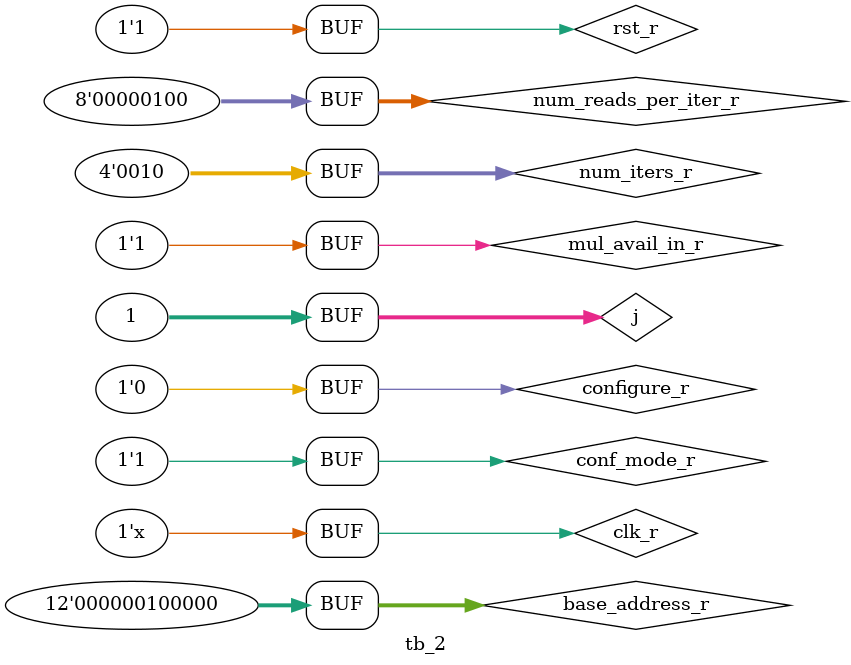
<source format=v>

`define LOG_MAX_ITERS          4
`define LOG_MAX_READS_PER_ITER 8
`define NUM_ADDRESSES          4096
`define LOG_MAX_ADDRESS        12
`define DATA_WIDTH             8
`define GROUP_SIZE             2
`define NUM_INPUTS             1
`define NUM_LANES              1
`define NUM_ITERS              2
`define NUM_OPS_PER_ITER       4

module tb_2;

  // inputs
  reg                                 clk_r;
  reg                                 rst_r;
  reg                                 configure_r;
  reg [`LOG_MAX_ITERS-1:0]            num_iters_r;
  reg [`LOG_MAX_READS_PER_ITER-1:0]   num_reads_per_iter_r;
  reg [`LOG_MAX_ADDRESS-1:0]          base_address_r;
  reg                                 conf_mode_r;
  
  reg [`NUM_LANES-1:0]                mul_avail_in_r;
  
  // wires between MEM and READ for activations
  wire                                 read_w[`NUM_INPUTS-1:0];
  wire [`LOG_MAX_ADDRESS-1:0]          addr_read_w[`NUM_INPUTS-1:0];
  wire [(`GROUP_SIZE*`DATA_WIDTH)-1:0] data_read_w[`NUM_INPUTS-1:0];
  wire                                 valid_in_w[`NUM_INPUTS-1:0];

  // wires beteen MEM and READ for weights
  wire                                  weight_read_w;
  wire [`LOG_MAX_ADDRESS-1:0]           weight_addr_read_w;
  wire [(`NUM_LANES * `DATA_WIDTH)-1:0] weight_data_read_w;
  wire                                  weight_valid_in_w;
 
  // wires between READ and DISTRIBUTE_IN
  wire                                 valid_out_w[`NUM_INPUTS-1:0];
  wire [(`GROUP_SIZE*`DATA_WIDTH)-1:0] data_out_w[`NUM_INPUTS-1:0];
  wire [`NUM_INPUTS-1:0]               avail_in_w;
  wire                                 weight_valid_out_w;
  wire [`NUM_LANES*`DATA_WIDTH-1:0]    weight_data_out_w;
  wire                                 weight_avail_in_w;
  // combined inputs between READ and DISTRIBUTE_IN
  wire [`NUM_INPUTS*`GROUP_SIZE*`DATA_WIDTH-1:0]  act_data_in_w;
  wire [`NUM_INPUTS-1:0]                          act_valid_in_w;

  genvar i;

  // combinational logic
  generate
    for (i=0; i<`NUM_INPUTS; i=i+1) begin
      assign act_data_in_w[((i+1)*`GROUP_SIZE*`DATA_WIDTH)-1:i*`GROUP_SIZE*`DATA_WIDTH] = data_out_w[i];
      assign act_valid_in_w[i] = valid_out_w[i];
    end
  endgenerate

  // distribute_in output wires
  wire [(`NUM_LANES * `GROUP_SIZE * `DATA_WIDTH) - 1 : 0] distribute_data_out_w;
  wire [`NUM_LANES-1:0]                                   distribute_valid_out_w;
  wire [`NUM_LANES * `DATA_WIDTH - 1 : 0]                 distribute_weight_data_out_w;
  wire [`NUM_LANES-1:0]                                   distribute_weight_valid_out_w;  

  // output wires for mul modules
  wire [2 * (`GROUP_SIZE * `DATA_WIDTH) - 1 : 0]          mul_data_out_w[`NUM_LANES-1:0];
  wire [`NUM_LANES-1:0]                                   mul_avail_out;
  wire [`NUM_LANES-1:0]                                   mul_weight_avail_out;
  wire [`NUM_LANES-1:0]                                   mul_valid_out_w;

  // MEM and READ modules for activations
  generate
    for (i=0; i<`NUM_INPUTS; i=i+1) begin
      MEM #(
        .DATA_WIDTH        ( `GROUP_SIZE * `DATA_WIDTH      ),
        .NUM_ADDRESSES     ( `NUM_ADDRESSES   ),
        .LOG_MAX_ADDRESS   ( `LOG_MAX_ADDRESS )
      ) mem_activations (
        .clk               ( clk_r        ),
        .rst               ( rst_r        ),
        .data_write        ( ),
        .addr_write        ( ),
        .write             ( 1'b0            ),
        .addr_read         ( addr_read_w[i]  ),
        .read              ( read_w[i]       ),
        .data_read         ( data_read_w[i]  ),
        .valid_out         ( valid_in_w[i]   )
      );

      READ #(
        .DATA_WIDTH             ( `GROUP_SIZE * `DATA_WIDTH             ),
        .LOG_MAX_ITERS          ( `LOG_MAX_ITERS          ),
        .LOG_MAX_READS_PER_ITER ( `LOG_MAX_READS_PER_ITER ),
        .LOG_MAX_ADDRESS        ( `LOG_MAX_ADDRESS        )
      ) read_activations (
        .clk                    ( clk_r                   ),
        .rst                    ( rst_r                   ),
        .configure              ( configure_r             ),
        .num_iters              ( num_iters_r             ),
        .num_reads_per_iter     ( num_reads_per_iter_r    ),
        .base_address           ( base_address_r          ),
        .valid_in               ( valid_in_w[i]           ),
        .data_in                ( data_read_w[i]          ),
        .address_out            ( addr_read_w[i]          ),
        .request                ( read_w[i]               ),
        .avail_in               ( avail_in_w[i]           ),
        .valid_out              ( valid_out_w[i]          ),
        .data_out               ( data_out_w[i]           )
      );
    end
  endgenerate

  // MEM and READ modules for weights
  MEM #(
    .DATA_WIDTH        ( `NUM_LANES * `DATA_WIDTH             ),
    .NUM_ADDRESSES     ( `NUM_ADDRESSES          ),
    .LOG_MAX_ADDRESS   ( `LOG_MAX_ADDRESS        )
  ) mem_weights (
    .clk               ( clk_r                   ),
    .rst               ( rst_r                   ),
    .data_write        (             ),
    .addr_write        (             ),
    .write             ( 1'b0            ),
    .addr_read         ( weight_addr_read_w  ),
    .read              ( weight_read_w       ),
    .data_read         ( weight_data_read_w  ),
    .valid_out         ( weight_valid_in_w   )
  );

  READ #(
    .DATA_WIDTH             ( `NUM_LANES * `DATA_WIDTH             ),
    .LOG_MAX_ITERS          ( `LOG_MAX_ITERS          ),
    .LOG_MAX_READS_PER_ITER ( `LOG_MAX_READS_PER_ITER ),
    .LOG_MAX_ADDRESS        ( `LOG_MAX_ADDRESS        )
  ) read_weights (
    .clk                    ( clk_r                   ),
    .rst                    ( rst_r                   ),
    .configure              ( configure_r             ),
    .num_iters              ( num_iters_r             ),
    .num_reads_per_iter     ( num_reads_per_iter_r    ),
    .base_address           ( base_address_r          ),
    .valid_in               ( weight_valid_in_w      ),
    .data_in                ( weight_data_read_w     ),
    .address_out            ( weight_addr_read_w     ),
    .request                ( weight_read_w          ),
    .avail_in               ( weight_avail_in_w      ),
    .valid_out              ( weight_valid_out_w     ),
    .data_out               ( weight_data_out_w      )
  );

  // distribute module
  DISTRIBUTE_IN #(
    .NUM_DATA_INPUTS        ( `NUM_INPUTS             ),
    .GROUP_SIZE             ( `GROUP_SIZE             ),
    .DATA_WIDTH             ( `DATA_WIDTH             ),
    .NUM_DATA_OUTPUTS       ( `NUM_LANES              ),
    .LOG_MAX_ITERS          ( `LOG_MAX_ITERS          ),
    .LOG_MAX_READS_PER_ITER ( `LOG_MAX_READS_PER_ITER )
  ) distribute_in (
    .clk                    ( clk_r                   ),
    .rst                    ( rst_r                   ),
    .configure              ( configure_r             ),
    .conf_mode              ( conf_mode_r             ),
    .num_iters              ( num_iters_r             ),
    .num_reads_per_iter     ( num_reads_per_iter_r    ),
    .act_data_in            ( act_data_in_w           ),
    .act_valid_in           ( act_valid_in_w          ),
    .act_avail_out          ( avail_in_w              ),
    .weights_data_in        ( weight_data_out_w      ),
    .weights_valid_in       ( weight_valid_out_w     ),
    .weights_avail_out      ( weight_avail_in_w      ),
    .data_out               ( distribute_data_out_w              ),
    .valid_out              ( distribute_valid_out_w             ),
    .avail_in               ( mul_avail_out                     ),
    .weights_data_out       ( distribute_weight_data_out_w      ),
    .weights_valid_out      ( distribute_weight_valid_out_w     ),
    .weights_avail_in       ( mul_weight_avail_out              )
  );

  // mul modules
  generate
  for (i=0; i<`NUM_LANES; i=i+1) begin
    MUL #(
      .GROUP_SIZE           ( `GROUP_SIZE                                                                          ),
      .DATA_WIDTH           ( `DATA_WIDTH                                                                          ),
      .LOG_MAX_ITERS        ( `LOG_MAX_ITERS                                                                       ),
      .LOG_MAX_READS_PER_ITER ( `LOG_MAX_READS_PER_ITER                                                            )
    ) mul (
      .clk                    ( clk_r                                                                              ),
      .rst                    ( rst_r                                                                              ),
      .configure              ( configure_r                                                                        ),
      .num_iters              ( num_iters_r                                                                        ),
      .num_reads_per_iter     ( num_reads_per_iter_r                                                               ),
      .act_data_in            ( distribute_data_out_w[((i+1)*`GROUP_SIZE*`DATA_WIDTH)-1:i*`GROUP_SIZE*`DATA_WIDTH] ),
      .act_valid_in           ( distribute_valid_out_w[i]                                                          ),
      .act_avail_out          ( mul_avail_out[i]                                                                   ),
      .weight_data_in         ( distribute_weight_data_out_w[((i+1)*`DATA_WIDTH)-1:i*`DATA_WIDTH]                  ),
      .weight_valid_in        ( distribute_weight_valid_out_w[i]                                                   ),
      .weight_avail_out       ( mul_weight_avail_out[i]                                                            ),
      .data_out               ( mul_data_out[i]                                                                    ),
      .valid_out              ( mul_valid_out[i]                                                                   ),
      .avail_in               ( mul_avail_in_r[r]                                                                  )
    );
  end
  endgenerate

always #5 clk_r <= ~clk_r;

integer j;

initial begin
  rst_r <= 1;
  clk_r <= 0;
  configure_r <= 0;
  num_iters_r <= `NUM_ITERS;
  num_reads_per_iter_r <= `NUM_OPS_PER_ITER;
  for (j=0; j<`NUM_LANES; j=j+1) begin
    mul_avail_in_r[j] <= 1;
  end
  base_address_r <= 32;
  conf_mode_r = 1;
  
  #20 
  rst_r <= 0;

  #20 
  rst_r <= 1;

  $display("GROUP_SIZE %d NUM_INPUTS %d NUM_LANES %d NUM_ITERS %d NUM_OPS_PER_ITER %d", `GROUP_SIZE, `NUM_INPUTS, `NUM_LANES, `NUM_ITERS, `NUM_OPS_PER_ITER);

  #40 
  configure_r <= 1;

  #10
  configure_r <= 0;

end

endmodule







</source>
